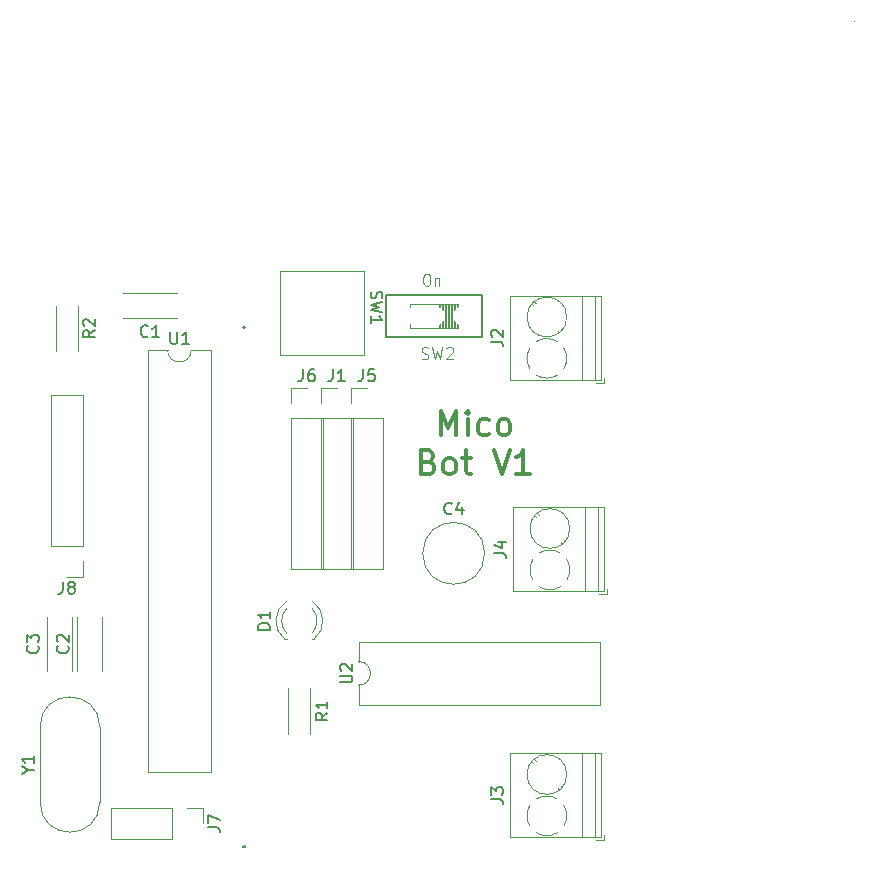
<source format=gto>
G04 #@! TF.GenerationSoftware,KiCad,Pcbnew,(5.1.4)-1*
G04 #@! TF.CreationDate,2019-09-25T21:42:55+02:00*
G04 #@! TF.ProjectId,MicoBot1,4d69636f-426f-4743-912e-6b696361645f,rev?*
G04 #@! TF.SameCoordinates,Original*
G04 #@! TF.FileFunction,Legend,Top*
G04 #@! TF.FilePolarity,Positive*
%FSLAX46Y46*%
G04 Gerber Fmt 4.6, Leading zero omitted, Abs format (unit mm)*
G04 Created by KiCad (PCBNEW (5.1.4)-1) date 2019-09-25 21:42:55*
%MOMM*%
%LPD*%
G04 APERTURE LIST*
%ADD10C,0.300000*%
%ADD11C,0.120000*%
%ADD12C,0.127000*%
%ADD13C,0.150000*%
%ADD14C,0.050000*%
%ADD15C,2.502000*%
%ADD16R,1.702000X1.702000*%
%ADD17O,1.702000X1.702000*%
%ADD18C,1.626000*%
%ADD19C,1.778400*%
%ADD20C,1.502000*%
%ADD21O,1.502000X1.502000*%
%ADD22R,1.902000X1.902000*%
%ADD23C,1.902000*%
%ADD24C,1.702000*%
%ADD25C,1.602000*%
%ADD26C,1.302000*%
%ADD27R,2.502000X2.502000*%
%ADD28R,1.802000X1.802000*%
%ADD29O,1.802000X1.802000*%
G04 APERTURE END LIST*
D10*
X135144238Y-113808761D02*
X135144238Y-111808761D01*
X135810904Y-113237333D01*
X136477571Y-111808761D01*
X136477571Y-113808761D01*
X137429952Y-113808761D02*
X137429952Y-112475428D01*
X137429952Y-111808761D02*
X137334714Y-111904000D01*
X137429952Y-111999238D01*
X137525190Y-111904000D01*
X137429952Y-111808761D01*
X137429952Y-111999238D01*
X139239476Y-113713523D02*
X139049000Y-113808761D01*
X138668047Y-113808761D01*
X138477571Y-113713523D01*
X138382333Y-113618285D01*
X138287095Y-113427809D01*
X138287095Y-112856380D01*
X138382333Y-112665904D01*
X138477571Y-112570666D01*
X138668047Y-112475428D01*
X139049000Y-112475428D01*
X139239476Y-112570666D01*
X140382333Y-113808761D02*
X140191857Y-113713523D01*
X140096619Y-113618285D01*
X140001380Y-113427809D01*
X140001380Y-112856380D01*
X140096619Y-112665904D01*
X140191857Y-112570666D01*
X140382333Y-112475428D01*
X140668047Y-112475428D01*
X140858523Y-112570666D01*
X140953761Y-112665904D01*
X141049000Y-112856380D01*
X141049000Y-113427809D01*
X140953761Y-113618285D01*
X140858523Y-113713523D01*
X140668047Y-113808761D01*
X140382333Y-113808761D01*
X134144238Y-116061142D02*
X134429952Y-116156380D01*
X134525190Y-116251619D01*
X134620428Y-116442095D01*
X134620428Y-116727809D01*
X134525190Y-116918285D01*
X134429952Y-117013523D01*
X134239476Y-117108761D01*
X133477571Y-117108761D01*
X133477571Y-115108761D01*
X134144238Y-115108761D01*
X134334714Y-115204000D01*
X134429952Y-115299238D01*
X134525190Y-115489714D01*
X134525190Y-115680190D01*
X134429952Y-115870666D01*
X134334714Y-115965904D01*
X134144238Y-116061142D01*
X133477571Y-116061142D01*
X135763285Y-117108761D02*
X135572809Y-117013523D01*
X135477571Y-116918285D01*
X135382333Y-116727809D01*
X135382333Y-116156380D01*
X135477571Y-115965904D01*
X135572809Y-115870666D01*
X135763285Y-115775428D01*
X136049000Y-115775428D01*
X136239476Y-115870666D01*
X136334714Y-115965904D01*
X136429952Y-116156380D01*
X136429952Y-116727809D01*
X136334714Y-116918285D01*
X136239476Y-117013523D01*
X136049000Y-117108761D01*
X135763285Y-117108761D01*
X137001380Y-115775428D02*
X137763285Y-115775428D01*
X137287095Y-115108761D02*
X137287095Y-116823047D01*
X137382333Y-117013523D01*
X137572809Y-117108761D01*
X137763285Y-117108761D01*
X139668047Y-115108761D02*
X140334714Y-117108761D01*
X141001380Y-115108761D01*
X142715666Y-117108761D02*
X141572809Y-117108761D01*
X142144238Y-117108761D02*
X142144238Y-115108761D01*
X141953761Y-115394476D01*
X141763285Y-115584952D01*
X141572809Y-115680190D01*
D11*
X170180000Y-78740000D02*
X170180000Y-78740000D01*
X114030000Y-106620000D02*
G75*
G02X112030000Y-106620000I-1000000J0D01*
G01*
X112030000Y-106620000D02*
X110380000Y-106620000D01*
X110380000Y-106620000D02*
X110380000Y-142300000D01*
X110380000Y-142300000D02*
X115680000Y-142300000D01*
X115680000Y-142300000D02*
X115680000Y-106620000D01*
X115680000Y-106620000D02*
X114030000Y-106620000D01*
X128210000Y-132985000D02*
G75*
G02X128210000Y-134985000I0J-1000000D01*
G01*
X128210000Y-134985000D02*
X128210000Y-136635000D01*
X128210000Y-136635000D02*
X148650000Y-136635000D01*
X148650000Y-136635000D02*
X148650000Y-131335000D01*
X148650000Y-131335000D02*
X128210000Y-131335000D01*
X128210000Y-131335000D02*
X128210000Y-132985000D01*
X121539000Y-99949000D02*
X121539000Y-107061000D01*
X121539000Y-107061000D02*
X128651000Y-107061000D01*
X128651000Y-107061000D02*
X128651000Y-99949000D01*
X128651000Y-99949000D02*
X121539000Y-99949000D01*
D12*
X135128000Y-104775000D02*
X135128000Y-102743000D01*
X135382000Y-102743000D02*
X135382000Y-104775000D01*
X135636000Y-104775000D02*
X135636000Y-102743000D01*
X135890000Y-102743000D02*
X135890000Y-104775000D01*
X136144000Y-104775000D02*
X136144000Y-102743000D01*
X136398000Y-102743000D02*
X136398000Y-104775000D01*
X136652000Y-104775000D02*
X136652000Y-102743000D01*
X138684000Y-101981000D02*
X138684000Y-105537000D01*
X130556000Y-101981000D02*
X138684000Y-101981000D01*
X130556000Y-105537000D02*
X130556000Y-101981000D01*
X138684000Y-105537000D02*
X130556000Y-105537000D01*
D11*
X136652000Y-104775000D02*
X132588000Y-104775000D01*
X132588000Y-104775000D02*
X132588000Y-102743000D01*
X132588000Y-102743000D02*
X136652000Y-102743000D01*
X124110000Y-135240000D02*
X124110000Y-139080000D01*
X122270000Y-135240000D02*
X122270000Y-139080000D01*
X122111392Y-127867665D02*
G75*
G03X121954484Y-131100000I1078608J-1672335D01*
G01*
X124268608Y-127867665D02*
G75*
G02X124425516Y-131100000I-1078608J-1672335D01*
G01*
X122110163Y-128498870D02*
G75*
G03X122110000Y-130580961I1079837J-1041130D01*
G01*
X124269837Y-128498870D02*
G75*
G02X124270000Y-130580961I-1079837J-1041130D01*
G01*
X121954000Y-131100000D02*
X122110000Y-131100000D01*
X124270000Y-131100000D02*
X124426000Y-131100000D01*
X104340000Y-133755000D02*
X104340000Y-129215000D01*
X106480000Y-133755000D02*
X106480000Y-129215000D01*
X104340000Y-133755000D02*
X104355000Y-133755000D01*
X106465000Y-133755000D02*
X106480000Y-133755000D01*
X104340000Y-129215000D02*
X104355000Y-129215000D01*
X106465000Y-129215000D02*
X106480000Y-129215000D01*
X103925000Y-129215000D02*
X103940000Y-129215000D01*
X101800000Y-129215000D02*
X101815000Y-129215000D01*
X103925000Y-133755000D02*
X103940000Y-133755000D01*
X101800000Y-133755000D02*
X101815000Y-133755000D01*
X103940000Y-133755000D02*
X103940000Y-129215000D01*
X101800000Y-133755000D02*
X101800000Y-129215000D01*
X112800000Y-103940000D02*
X108260000Y-103940000D01*
X112800000Y-101800000D02*
X108260000Y-101800000D01*
X112800000Y-103940000D02*
X112800000Y-103925000D01*
X112800000Y-101815000D02*
X112800000Y-101800000D01*
X108260000Y-103940000D02*
X108260000Y-103925000D01*
X108260000Y-101815000D02*
X108260000Y-101800000D01*
X104425000Y-102855000D02*
X104425000Y-106695000D01*
X102585000Y-102855000D02*
X102585000Y-106695000D01*
X101234000Y-144905000D02*
X101234000Y-138505000D01*
X106284000Y-144905000D02*
X106284000Y-138505000D01*
X106284000Y-144905000D02*
G75*
G02X101234000Y-144905000I-2525000J0D01*
G01*
X106284000Y-138505000D02*
G75*
G03X101234000Y-138505000I-2525000J0D01*
G01*
X138875000Y-123825000D02*
G75*
G03X138875000Y-123825000I-2620000J0D01*
G01*
X145569721Y-106424736D02*
G75*
G02X145825000Y-107315000I-1424721J-890264D01*
G01*
X143254807Y-105889495D02*
G75*
G02X145036000Y-105890000I890193J-1425505D01*
G01*
X142719642Y-108204894D02*
G75*
G02X142705000Y-106449000I1425358J889894D01*
G01*
X145034894Y-108740358D02*
G75*
G02X143279000Y-108755000I-889894J1425358D01*
G01*
X145825099Y-107286326D02*
G75*
G02X145585000Y-108181000I-1680099J-28674D01*
G01*
X145825000Y-103815000D02*
G75*
G03X145825000Y-103815000I-1680000J0D01*
G01*
X148245000Y-109125000D02*
X148245000Y-102005000D01*
X147145000Y-109125000D02*
X147145000Y-102005000D01*
X140985000Y-109125000D02*
X140985000Y-102005000D01*
X148705000Y-109125000D02*
X148705000Y-102005000D01*
X140985000Y-109125000D02*
X148705000Y-109125000D01*
X140985000Y-102005000D02*
X148705000Y-102005000D01*
X143076000Y-102540000D02*
X143204000Y-102669000D01*
X145326000Y-104790000D02*
X145419000Y-104884000D01*
X142870000Y-102745000D02*
X142964000Y-102839000D01*
X145086000Y-104960000D02*
X145214000Y-105089000D01*
X148305000Y-109365000D02*
X148945000Y-109365000D01*
X148945000Y-109365000D02*
X148945000Y-108965000D01*
X145569721Y-145159736D02*
G75*
G02X145825000Y-146050000I-1424721J-890264D01*
G01*
X143254807Y-144624495D02*
G75*
G02X145036000Y-144625000I890193J-1425505D01*
G01*
X142719642Y-146939894D02*
G75*
G02X142705000Y-145184000I1425358J889894D01*
G01*
X145034894Y-147475358D02*
G75*
G02X143279000Y-147490000I-889894J1425358D01*
G01*
X145825099Y-146021326D02*
G75*
G02X145585000Y-146916000I-1680099J-28674D01*
G01*
X145825000Y-142550000D02*
G75*
G03X145825000Y-142550000I-1680000J0D01*
G01*
X148245000Y-147860000D02*
X148245000Y-140740000D01*
X147145000Y-147860000D02*
X147145000Y-140740000D01*
X140985000Y-147860000D02*
X140985000Y-140740000D01*
X148705000Y-147860000D02*
X148705000Y-140740000D01*
X140985000Y-147860000D02*
X148705000Y-147860000D01*
X140985000Y-140740000D02*
X148705000Y-140740000D01*
X143076000Y-141275000D02*
X143204000Y-141404000D01*
X145326000Y-143525000D02*
X145419000Y-143619000D01*
X142870000Y-141480000D02*
X142964000Y-141574000D01*
X145086000Y-143695000D02*
X145214000Y-143824000D01*
X148305000Y-148100000D02*
X148945000Y-148100000D01*
X148945000Y-148100000D02*
X148945000Y-147700000D01*
X149199000Y-127272000D02*
X149199000Y-126872000D01*
X148559000Y-127272000D02*
X149199000Y-127272000D01*
X145340000Y-122867000D02*
X145468000Y-122996000D01*
X143124000Y-120652000D02*
X143218000Y-120746000D01*
X145580000Y-122697000D02*
X145673000Y-122791000D01*
X143330000Y-120447000D02*
X143458000Y-120576000D01*
X141239000Y-119912000D02*
X148959000Y-119912000D01*
X141239000Y-127032000D02*
X148959000Y-127032000D01*
X148959000Y-127032000D02*
X148959000Y-119912000D01*
X141239000Y-127032000D02*
X141239000Y-119912000D01*
X147399000Y-127032000D02*
X147399000Y-119912000D01*
X148499000Y-127032000D02*
X148499000Y-119912000D01*
X146079000Y-121722000D02*
G75*
G03X146079000Y-121722000I-1680000J0D01*
G01*
X146079099Y-125193326D02*
G75*
G02X145839000Y-126088000I-1680099J-28674D01*
G01*
X145288894Y-126647358D02*
G75*
G02X143533000Y-126662000I-889894J1425358D01*
G01*
X142973642Y-126111894D02*
G75*
G02X142959000Y-124356000I1425358J889894D01*
G01*
X143508807Y-123796495D02*
G75*
G02X145290000Y-123797000I890193J-1425505D01*
G01*
X145823721Y-124331736D02*
G75*
G02X146079000Y-125222000I-1424721J-890264D01*
G01*
X122495000Y-125155000D02*
X125155000Y-125155000D01*
X122495000Y-112395000D02*
X122495000Y-125155000D01*
X125155000Y-112395000D02*
X125155000Y-125155000D01*
X122495000Y-112395000D02*
X125155000Y-112395000D01*
X122495000Y-111125000D02*
X122495000Y-109795000D01*
X122495000Y-109795000D02*
X123825000Y-109795000D01*
X107255000Y-145355000D02*
X107255000Y-148015000D01*
X112395000Y-145355000D02*
X107255000Y-145355000D01*
X112395000Y-148015000D02*
X107255000Y-148015000D01*
X112395000Y-145355000D02*
X112395000Y-148015000D01*
X113665000Y-145355000D02*
X114995000Y-145355000D01*
X114995000Y-145355000D02*
X114995000Y-146685000D01*
X104835000Y-125790000D02*
X103505000Y-125790000D01*
X104835000Y-124460000D02*
X104835000Y-125790000D01*
X104835000Y-123190000D02*
X102175000Y-123190000D01*
X102175000Y-123190000D02*
X102175000Y-110430000D01*
X104835000Y-123190000D02*
X104835000Y-110430000D01*
X104835000Y-110430000D02*
X102175000Y-110430000D01*
X125035000Y-109795000D02*
X126365000Y-109795000D01*
X125035000Y-111125000D02*
X125035000Y-109795000D01*
X125035000Y-112395000D02*
X127695000Y-112395000D01*
X127695000Y-112395000D02*
X127695000Y-125155000D01*
X125035000Y-112395000D02*
X125035000Y-125155000D01*
X125035000Y-125155000D02*
X127695000Y-125155000D01*
X127575000Y-125155000D02*
X130235000Y-125155000D01*
X127575000Y-112395000D02*
X127575000Y-125155000D01*
X130235000Y-112395000D02*
X130235000Y-125155000D01*
X127575000Y-112395000D02*
X130235000Y-112395000D01*
X127575000Y-111125000D02*
X127575000Y-109795000D01*
X127575000Y-109795000D02*
X128905000Y-109795000D01*
D13*
X118500000Y-148627142D02*
X118547619Y-148674761D01*
X118500000Y-148722380D01*
X118452380Y-148674761D01*
X118500000Y-148627142D01*
X118500000Y-148722380D01*
X118500000Y-104627142D02*
X118547619Y-104674761D01*
X118500000Y-104722380D01*
X118452380Y-104674761D01*
X118500000Y-104627142D01*
X118500000Y-104722380D01*
X112268095Y-105072380D02*
X112268095Y-105881904D01*
X112315714Y-105977142D01*
X112363333Y-106024761D01*
X112458571Y-106072380D01*
X112649047Y-106072380D01*
X112744285Y-106024761D01*
X112791904Y-105977142D01*
X112839523Y-105881904D01*
X112839523Y-105072380D01*
X113839523Y-106072380D02*
X113268095Y-106072380D01*
X113553809Y-106072380D02*
X113553809Y-105072380D01*
X113458571Y-105215238D01*
X113363333Y-105310476D01*
X113268095Y-105358095D01*
X126662380Y-134746904D02*
X127471904Y-134746904D01*
X127567142Y-134699285D01*
X127614761Y-134651666D01*
X127662380Y-134556428D01*
X127662380Y-134365952D01*
X127614761Y-134270714D01*
X127567142Y-134223095D01*
X127471904Y-134175476D01*
X126662380Y-134175476D01*
X126757619Y-133746904D02*
X126710000Y-133699285D01*
X126662380Y-133604047D01*
X126662380Y-133365952D01*
X126710000Y-133270714D01*
X126757619Y-133223095D01*
X126852857Y-133175476D01*
X126948095Y-133175476D01*
X127090952Y-133223095D01*
X127662380Y-133794523D01*
X127662380Y-133175476D01*
X129262238Y-101663666D02*
X129214619Y-101806523D01*
X129214619Y-102044619D01*
X129262238Y-102139857D01*
X129309857Y-102187476D01*
X129405095Y-102235095D01*
X129500333Y-102235095D01*
X129595571Y-102187476D01*
X129643190Y-102139857D01*
X129690809Y-102044619D01*
X129738428Y-101854142D01*
X129786047Y-101758904D01*
X129833666Y-101711285D01*
X129928904Y-101663666D01*
X130024142Y-101663666D01*
X130119380Y-101711285D01*
X130167000Y-101758904D01*
X130214619Y-101854142D01*
X130214619Y-102092238D01*
X130167000Y-102235095D01*
X130214619Y-102568428D02*
X129214619Y-102806523D01*
X129928904Y-102997000D01*
X129214619Y-103187476D01*
X130214619Y-103425571D01*
X129214619Y-104330333D02*
X129214619Y-103758904D01*
X129214619Y-104044619D02*
X130214619Y-104044619D01*
X130071761Y-103949380D01*
X129976523Y-103854142D01*
X129928904Y-103758904D01*
D14*
X133540666Y-107338761D02*
X133683523Y-107386380D01*
X133921619Y-107386380D01*
X134016857Y-107338761D01*
X134064476Y-107291142D01*
X134112095Y-107195904D01*
X134112095Y-107100666D01*
X134064476Y-107005428D01*
X134016857Y-106957809D01*
X133921619Y-106910190D01*
X133731142Y-106862571D01*
X133635904Y-106814952D01*
X133588285Y-106767333D01*
X133540666Y-106672095D01*
X133540666Y-106576857D01*
X133588285Y-106481619D01*
X133635904Y-106434000D01*
X133731142Y-106386380D01*
X133969238Y-106386380D01*
X134112095Y-106434000D01*
X134445428Y-106386380D02*
X134683523Y-107386380D01*
X134874000Y-106672095D01*
X135064476Y-107386380D01*
X135302571Y-106386380D01*
X135635904Y-106481619D02*
X135683523Y-106434000D01*
X135778761Y-106386380D01*
X136016857Y-106386380D01*
X136112095Y-106434000D01*
X136159714Y-106481619D01*
X136207333Y-106576857D01*
X136207333Y-106672095D01*
X136159714Y-106814952D01*
X135588285Y-107386380D01*
X136207333Y-107386380D01*
X133873142Y-100163380D02*
X134044571Y-100163380D01*
X134130285Y-100211000D01*
X134216000Y-100306238D01*
X134258857Y-100496714D01*
X134258857Y-100830047D01*
X134216000Y-101020523D01*
X134130285Y-101115761D01*
X134044571Y-101163380D01*
X133873142Y-101163380D01*
X133787428Y-101115761D01*
X133701714Y-101020523D01*
X133658857Y-100830047D01*
X133658857Y-100496714D01*
X133701714Y-100306238D01*
X133787428Y-100211000D01*
X133873142Y-100163380D01*
X134644571Y-100496714D02*
X134644571Y-101163380D01*
X134644571Y-100591952D02*
X134687428Y-100544333D01*
X134773142Y-100496714D01*
X134901714Y-100496714D01*
X134987428Y-100544333D01*
X135030285Y-100639571D01*
X135030285Y-101163380D01*
D13*
X125562380Y-137326666D02*
X125086190Y-137660000D01*
X125562380Y-137898095D02*
X124562380Y-137898095D01*
X124562380Y-137517142D01*
X124610000Y-137421904D01*
X124657619Y-137374285D01*
X124752857Y-137326666D01*
X124895714Y-137326666D01*
X124990952Y-137374285D01*
X125038571Y-137421904D01*
X125086190Y-137517142D01*
X125086190Y-137898095D01*
X125562380Y-136374285D02*
X125562380Y-136945714D01*
X125562380Y-136660000D02*
X124562380Y-136660000D01*
X124705238Y-136755238D01*
X124800476Y-136850476D01*
X124848095Y-136945714D01*
X120682380Y-130278095D02*
X119682380Y-130278095D01*
X119682380Y-130040000D01*
X119730000Y-129897142D01*
X119825238Y-129801904D01*
X119920476Y-129754285D01*
X120110952Y-129706666D01*
X120253809Y-129706666D01*
X120444285Y-129754285D01*
X120539523Y-129801904D01*
X120634761Y-129897142D01*
X120682380Y-130040000D01*
X120682380Y-130278095D01*
X120682380Y-128754285D02*
X120682380Y-129325714D01*
X120682380Y-129040000D02*
X119682380Y-129040000D01*
X119825238Y-129135238D01*
X119920476Y-129230476D01*
X119968095Y-129325714D01*
X103567142Y-131651666D02*
X103614761Y-131699285D01*
X103662380Y-131842142D01*
X103662380Y-131937380D01*
X103614761Y-132080238D01*
X103519523Y-132175476D01*
X103424285Y-132223095D01*
X103233809Y-132270714D01*
X103090952Y-132270714D01*
X102900476Y-132223095D01*
X102805238Y-132175476D01*
X102710000Y-132080238D01*
X102662380Y-131937380D01*
X102662380Y-131842142D01*
X102710000Y-131699285D01*
X102757619Y-131651666D01*
X102757619Y-131270714D02*
X102710000Y-131223095D01*
X102662380Y-131127857D01*
X102662380Y-130889761D01*
X102710000Y-130794523D01*
X102757619Y-130746904D01*
X102852857Y-130699285D01*
X102948095Y-130699285D01*
X103090952Y-130746904D01*
X103662380Y-131318333D01*
X103662380Y-130699285D01*
X101027142Y-131651666D02*
X101074761Y-131699285D01*
X101122380Y-131842142D01*
X101122380Y-131937380D01*
X101074761Y-132080238D01*
X100979523Y-132175476D01*
X100884285Y-132223095D01*
X100693809Y-132270714D01*
X100550952Y-132270714D01*
X100360476Y-132223095D01*
X100265238Y-132175476D01*
X100170000Y-132080238D01*
X100122380Y-131937380D01*
X100122380Y-131842142D01*
X100170000Y-131699285D01*
X100217619Y-131651666D01*
X100122380Y-131318333D02*
X100122380Y-130699285D01*
X100503333Y-131032619D01*
X100503333Y-130889761D01*
X100550952Y-130794523D01*
X100598571Y-130746904D01*
X100693809Y-130699285D01*
X100931904Y-130699285D01*
X101027142Y-130746904D01*
X101074761Y-130794523D01*
X101122380Y-130889761D01*
X101122380Y-131175476D01*
X101074761Y-131270714D01*
X101027142Y-131318333D01*
X110363333Y-105427142D02*
X110315714Y-105474761D01*
X110172857Y-105522380D01*
X110077619Y-105522380D01*
X109934761Y-105474761D01*
X109839523Y-105379523D01*
X109791904Y-105284285D01*
X109744285Y-105093809D01*
X109744285Y-104950952D01*
X109791904Y-104760476D01*
X109839523Y-104665238D01*
X109934761Y-104570000D01*
X110077619Y-104522380D01*
X110172857Y-104522380D01*
X110315714Y-104570000D01*
X110363333Y-104617619D01*
X111315714Y-105522380D02*
X110744285Y-105522380D01*
X111030000Y-105522380D02*
X111030000Y-104522380D01*
X110934761Y-104665238D01*
X110839523Y-104760476D01*
X110744285Y-104808095D01*
X105877380Y-104941666D02*
X105401190Y-105275000D01*
X105877380Y-105513095D02*
X104877380Y-105513095D01*
X104877380Y-105132142D01*
X104925000Y-105036904D01*
X104972619Y-104989285D01*
X105067857Y-104941666D01*
X105210714Y-104941666D01*
X105305952Y-104989285D01*
X105353571Y-105036904D01*
X105401190Y-105132142D01*
X105401190Y-105513095D01*
X104972619Y-104560714D02*
X104925000Y-104513095D01*
X104877380Y-104417857D01*
X104877380Y-104179761D01*
X104925000Y-104084523D01*
X104972619Y-104036904D01*
X105067857Y-103989285D01*
X105163095Y-103989285D01*
X105305952Y-104036904D01*
X105877380Y-104608333D01*
X105877380Y-103989285D01*
X100210190Y-142181190D02*
X100686380Y-142181190D01*
X99686380Y-142514523D02*
X100210190Y-142181190D01*
X99686380Y-141847857D01*
X100686380Y-140990714D02*
X100686380Y-141562142D01*
X100686380Y-141276428D02*
X99686380Y-141276428D01*
X99829238Y-141371666D01*
X99924476Y-141466904D01*
X99972095Y-141562142D01*
X136088333Y-120432142D02*
X136040714Y-120479761D01*
X135897857Y-120527380D01*
X135802619Y-120527380D01*
X135659761Y-120479761D01*
X135564523Y-120384523D01*
X135516904Y-120289285D01*
X135469285Y-120098809D01*
X135469285Y-119955952D01*
X135516904Y-119765476D01*
X135564523Y-119670238D01*
X135659761Y-119575000D01*
X135802619Y-119527380D01*
X135897857Y-119527380D01*
X136040714Y-119575000D01*
X136088333Y-119622619D01*
X136945476Y-119860714D02*
X136945476Y-120527380D01*
X136707380Y-119479761D02*
X136469285Y-120194047D01*
X137088333Y-120194047D01*
X139437380Y-105898333D02*
X140151666Y-105898333D01*
X140294523Y-105945952D01*
X140389761Y-106041190D01*
X140437380Y-106184047D01*
X140437380Y-106279285D01*
X139532619Y-105469761D02*
X139485000Y-105422142D01*
X139437380Y-105326904D01*
X139437380Y-105088809D01*
X139485000Y-104993571D01*
X139532619Y-104945952D01*
X139627857Y-104898333D01*
X139723095Y-104898333D01*
X139865952Y-104945952D01*
X140437380Y-105517380D01*
X140437380Y-104898333D01*
X139437380Y-144633333D02*
X140151666Y-144633333D01*
X140294523Y-144680952D01*
X140389761Y-144776190D01*
X140437380Y-144919047D01*
X140437380Y-145014285D01*
X139437380Y-144252380D02*
X139437380Y-143633333D01*
X139818333Y-143966666D01*
X139818333Y-143823809D01*
X139865952Y-143728571D01*
X139913571Y-143680952D01*
X140008809Y-143633333D01*
X140246904Y-143633333D01*
X140342142Y-143680952D01*
X140389761Y-143728571D01*
X140437380Y-143823809D01*
X140437380Y-144109523D01*
X140389761Y-144204761D01*
X140342142Y-144252380D01*
X139691380Y-123805333D02*
X140405666Y-123805333D01*
X140548523Y-123852952D01*
X140643761Y-123948190D01*
X140691380Y-124091047D01*
X140691380Y-124186285D01*
X140024714Y-122900571D02*
X140691380Y-122900571D01*
X139643761Y-123138666D02*
X140358047Y-123376761D01*
X140358047Y-122757714D01*
X123491666Y-108247380D02*
X123491666Y-108961666D01*
X123444047Y-109104523D01*
X123348809Y-109199761D01*
X123205952Y-109247380D01*
X123110714Y-109247380D01*
X124396428Y-108247380D02*
X124205952Y-108247380D01*
X124110714Y-108295000D01*
X124063095Y-108342619D01*
X123967857Y-108485476D01*
X123920238Y-108675952D01*
X123920238Y-109056904D01*
X123967857Y-109152142D01*
X124015476Y-109199761D01*
X124110714Y-109247380D01*
X124301190Y-109247380D01*
X124396428Y-109199761D01*
X124444047Y-109152142D01*
X124491666Y-109056904D01*
X124491666Y-108818809D01*
X124444047Y-108723571D01*
X124396428Y-108675952D01*
X124301190Y-108628333D01*
X124110714Y-108628333D01*
X124015476Y-108675952D01*
X123967857Y-108723571D01*
X123920238Y-108818809D01*
X115447380Y-147018333D02*
X116161666Y-147018333D01*
X116304523Y-147065952D01*
X116399761Y-147161190D01*
X116447380Y-147304047D01*
X116447380Y-147399285D01*
X115447380Y-146637380D02*
X115447380Y-145970714D01*
X116447380Y-146399285D01*
X103171666Y-126242380D02*
X103171666Y-126956666D01*
X103124047Y-127099523D01*
X103028809Y-127194761D01*
X102885952Y-127242380D01*
X102790714Y-127242380D01*
X103790714Y-126670952D02*
X103695476Y-126623333D01*
X103647857Y-126575714D01*
X103600238Y-126480476D01*
X103600238Y-126432857D01*
X103647857Y-126337619D01*
X103695476Y-126290000D01*
X103790714Y-126242380D01*
X103981190Y-126242380D01*
X104076428Y-126290000D01*
X104124047Y-126337619D01*
X104171666Y-126432857D01*
X104171666Y-126480476D01*
X104124047Y-126575714D01*
X104076428Y-126623333D01*
X103981190Y-126670952D01*
X103790714Y-126670952D01*
X103695476Y-126718571D01*
X103647857Y-126766190D01*
X103600238Y-126861428D01*
X103600238Y-127051904D01*
X103647857Y-127147142D01*
X103695476Y-127194761D01*
X103790714Y-127242380D01*
X103981190Y-127242380D01*
X104076428Y-127194761D01*
X104124047Y-127147142D01*
X104171666Y-127051904D01*
X104171666Y-126861428D01*
X104124047Y-126766190D01*
X104076428Y-126718571D01*
X103981190Y-126670952D01*
X126031666Y-108247380D02*
X126031666Y-108961666D01*
X125984047Y-109104523D01*
X125888809Y-109199761D01*
X125745952Y-109247380D01*
X125650714Y-109247380D01*
X127031666Y-109247380D02*
X126460238Y-109247380D01*
X126745952Y-109247380D02*
X126745952Y-108247380D01*
X126650714Y-108390238D01*
X126555476Y-108485476D01*
X126460238Y-108533095D01*
X128571666Y-108247380D02*
X128571666Y-108961666D01*
X128524047Y-109104523D01*
X128428809Y-109199761D01*
X128285952Y-109247380D01*
X128190714Y-109247380D01*
X129524047Y-108247380D02*
X129047857Y-108247380D01*
X129000238Y-108723571D01*
X129047857Y-108675952D01*
X129143095Y-108628333D01*
X129381190Y-108628333D01*
X129476428Y-108675952D01*
X129524047Y-108723571D01*
X129571666Y-108818809D01*
X129571666Y-109056904D01*
X129524047Y-109152142D01*
X129476428Y-109199761D01*
X129381190Y-109247380D01*
X129143095Y-109247380D01*
X129047857Y-109199761D01*
X129000238Y-109152142D01*
%LPC*%
D15*
X118500000Y-147000000D03*
X118500000Y-103000000D03*
D16*
X109220000Y-107950000D03*
D17*
X116840000Y-140970000D03*
X109220000Y-110490000D03*
X116840000Y-138430000D03*
X109220000Y-113030000D03*
X116840000Y-135890000D03*
X109220000Y-115570000D03*
X116840000Y-133350000D03*
X109220000Y-118110000D03*
X116840000Y-130810000D03*
X109220000Y-120650000D03*
X116840000Y-128270000D03*
X109220000Y-123190000D03*
X116840000Y-125730000D03*
X109220000Y-125730000D03*
X116840000Y-123190000D03*
X109220000Y-128270000D03*
X116840000Y-120650000D03*
X109220000Y-130810000D03*
X116840000Y-118110000D03*
X109220000Y-133350000D03*
X116840000Y-115570000D03*
X109220000Y-135890000D03*
X116840000Y-113030000D03*
X109220000Y-138430000D03*
X116840000Y-110490000D03*
X109220000Y-140970000D03*
X116840000Y-107950000D03*
D16*
X129540000Y-137795000D03*
D17*
X147320000Y-130175000D03*
X132080000Y-137795000D03*
X144780000Y-130175000D03*
X134620000Y-137795000D03*
X142240000Y-130175000D03*
X137160000Y-137795000D03*
X139700000Y-130175000D03*
X139700000Y-137795000D03*
X137160000Y-130175000D03*
X142240000Y-137795000D03*
X134620000Y-130175000D03*
X144780000Y-137795000D03*
X132080000Y-130175000D03*
X147320000Y-137795000D03*
X129540000Y-130175000D03*
D18*
X122555000Y-103505000D03*
X127635000Y-103505000D03*
D19*
X132080000Y-103759000D03*
X137160000Y-103759000D03*
X134620000Y-103759000D03*
D20*
X123190000Y-134620000D03*
D21*
X123190000Y-139700000D03*
D22*
X123190000Y-130810000D03*
D23*
X123190000Y-128270000D03*
D24*
X105410000Y-133985000D03*
X105410000Y-128985000D03*
X102870000Y-128985000D03*
X102870000Y-133985000D03*
X113030000Y-102870000D03*
X108030000Y-102870000D03*
D20*
X103505000Y-102235000D03*
D21*
X103505000Y-107315000D03*
D25*
X103759000Y-144145000D03*
X103759000Y-139265000D03*
D26*
X135255000Y-123825000D03*
X137255000Y-123825000D03*
D27*
X144145000Y-107315000D03*
D15*
X144145000Y-103815000D03*
D27*
X144145000Y-146050000D03*
D15*
X144145000Y-142550000D03*
X144399000Y-121722000D03*
D27*
X144399000Y-125222000D03*
D28*
X123825000Y-111125000D03*
D29*
X123825000Y-113665000D03*
X123825000Y-116205000D03*
X123825000Y-118745000D03*
X123825000Y-121285000D03*
X123825000Y-123825000D03*
D28*
X113665000Y-146685000D03*
D29*
X111125000Y-146685000D03*
X108585000Y-146685000D03*
X103505000Y-111760000D03*
X103505000Y-114300000D03*
X103505000Y-116840000D03*
X103505000Y-119380000D03*
X103505000Y-121920000D03*
D28*
X103505000Y-124460000D03*
D29*
X126365000Y-123825000D03*
X126365000Y-121285000D03*
X126365000Y-118745000D03*
X126365000Y-116205000D03*
X126365000Y-113665000D03*
D28*
X126365000Y-111125000D03*
X128905000Y-111125000D03*
D29*
X128905000Y-113665000D03*
X128905000Y-116205000D03*
X128905000Y-118745000D03*
X128905000Y-121285000D03*
X128905000Y-123825000D03*
M02*

</source>
